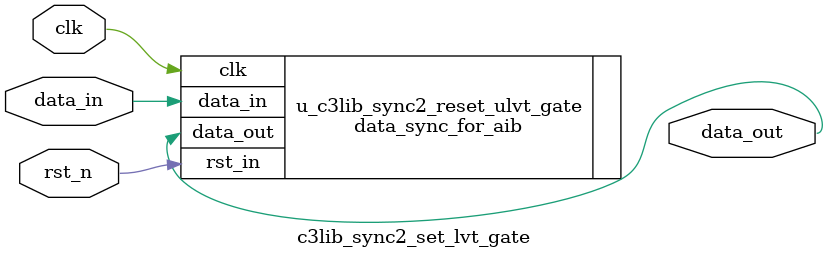
<source format=sv>


module c3lib_sync2_set_lvt_gate( 

  clk, 
  rst_n, 
  data_in,
  data_out

  ); 

input		clk; 
input		rst_n; 
input		data_in;
output		data_out;

//  c3lib_sync_metastable_behav_gate #(
//
//    .RESET_VAL	( 1 ),
//    .SYNC_STAGES( 2 )
//
//  ) u_c3lib_sync2_reset_lvt_gate ( 
//
//    .clk	( clk      ),
//    .rst_n	( rst_n    ),
//    .data_in	( data_in  ),
//    .data_out	( data_out )
//
//  );
  data_sync_for_aib # (
      .ActiveLow    (1),
      .ResetVal     (1'b1),
      .SyncRegWidth (2)
  ) u_c3lib_sync2_reset_ulvt_gate (
      .clk          ( clk      ),
      .rst_in       ( rst_n ),
      .data_in      (data_in),
      .data_out     ( data_out )
  );


endmodule 


</source>
